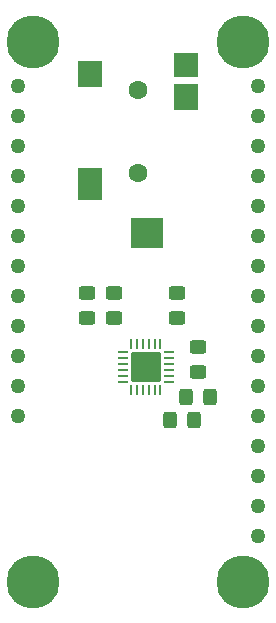
<source format=gbr>
%TF.GenerationSoftware,KiCad,Pcbnew,5.99.0-unknown-fc7f1d1d86~106~ubuntu20.04.1*%
%TF.CreationDate,2021-01-14T14:57:38+11:00*%
%TF.ProjectId,dac-featherwing,6461632d-6665-4617-9468-657277696e67,rev?*%
%TF.SameCoordinates,Original*%
%TF.FileFunction,Soldermask,Top*%
%TF.FilePolarity,Negative*%
%FSLAX46Y46*%
G04 Gerber Fmt 4.6, Leading zero omitted, Abs format (unit mm)*
G04 Created by KiCad (PCBNEW 5.99.0-unknown-fc7f1d1d86~106~ubuntu20.04.1) date 2021-01-14 14:57:38*
%MOMM*%
%LPD*%
G01*
G04 APERTURE LIST*
G04 Aperture macros list*
%AMRoundRect*
0 Rectangle with rounded corners*
0 $1 Rounding radius*
0 $2 $3 $4 $5 $6 $7 $8 $9 X,Y pos of 4 corners*
0 Add a 4 corners polygon primitive as box body*
4,1,4,$2,$3,$4,$5,$6,$7,$8,$9,$2,$3,0*
0 Add four circle primitives for the rounded corners*
1,1,$1+$1,$2,$3,0*
1,1,$1+$1,$4,$5,0*
1,1,$1+$1,$6,$7,0*
1,1,$1+$1,$8,$9,0*
0 Add four rect primitives between the rounded corners*
20,1,$1+$1,$2,$3,$4,$5,0*
20,1,$1+$1,$4,$5,$6,$7,0*
20,1,$1+$1,$6,$7,$8,$9,0*
20,1,$1+$1,$8,$9,$2,$3,0*%
G04 Aperture macros list end*
%ADD10C,1.270000*%
%ADD11RoundRect,0.062500X0.062500X-0.350000X0.062500X0.350000X-0.062500X0.350000X-0.062500X-0.350000X0*%
%ADD12RoundRect,0.062500X0.350000X-0.062500X0.350000X0.062500X-0.350000X0.062500X-0.350000X-0.062500X0*%
%ADD13RoundRect,0.250000X1.050000X-1.050000X1.050000X1.050000X-1.050000X1.050000X-1.050000X-1.050000X0*%
%ADD14C,4.500000*%
%ADD15RoundRect,0.250000X-0.325000X-0.450000X0.325000X-0.450000X0.325000X0.450000X-0.325000X0.450000X0*%
%ADD16RoundRect,0.250000X0.450000X-0.325000X0.450000X0.325000X-0.450000X0.325000X-0.450000X-0.325000X0*%
%ADD17R,2.100000X2.200000*%
%ADD18R,2.100000X2.700000*%
%ADD19R,2.100000X2.000000*%
%ADD20R,2.700000X2.600000*%
%ADD21C,1.600000*%
G04 APERTURE END LIST*
D10*
%TO.C,J1*%
X176530000Y-78939992D03*
X176530000Y-81479992D03*
X176530000Y-84019992D03*
X176530000Y-86559992D03*
X176530000Y-89099992D03*
X176530000Y-91639992D03*
X176530000Y-94179992D03*
X176530000Y-96719992D03*
X176530000Y-99259992D03*
X176530000Y-101799992D03*
X176530000Y-104339992D03*
X176530000Y-106879992D03*
X176530000Y-109419992D03*
X176530000Y-111959992D03*
X176530000Y-114499992D03*
X176530000Y-117039992D03*
%TD*%
D11*
%TO.C,U1*%
X165755000Y-104680500D03*
X166255000Y-104680500D03*
X166755000Y-104680500D03*
X167255000Y-104680500D03*
X167755000Y-104680500D03*
X168255000Y-104680500D03*
D12*
X168942500Y-103993000D03*
X168942500Y-103493000D03*
X168942500Y-102993000D03*
X168942500Y-102493000D03*
X168942500Y-101993000D03*
X168942500Y-101493000D03*
D11*
X168255000Y-100805500D03*
X167755000Y-100805500D03*
X167255000Y-100805500D03*
X166755000Y-100805500D03*
X166255000Y-100805500D03*
X165755000Y-100805500D03*
D12*
X165067500Y-101493000D03*
X165067500Y-101993000D03*
X165067500Y-102493000D03*
X165067500Y-102993000D03*
X165067500Y-103493000D03*
X165067500Y-103993000D03*
D13*
X167005000Y-102743000D03*
%TD*%
D14*
%TO.C,*%
X157480000Y-75184000D03*
%TD*%
%TO.C,*%
X175260000Y-120904000D03*
%TD*%
%TO.C,*%
X175260000Y-75184000D03*
%TD*%
D15*
%TO.C,C1*%
X169028000Y-107188000D03*
X171078000Y-107188000D03*
%TD*%
D16*
%TO.C,C5*%
X164338000Y-98561000D03*
X164338000Y-96511000D03*
%TD*%
%TO.C,C4*%
X169672000Y-98561000D03*
X169672000Y-96511000D03*
%TD*%
%TO.C,C3*%
X171450000Y-103133000D03*
X171450000Y-101083000D03*
%TD*%
D14*
%TO.C,REF\u002A\u002A*%
X157480000Y-120904000D03*
%TD*%
D17*
%TO.C,3.5MM STEREO*%
X162320000Y-77954000D03*
X170420000Y-79854000D03*
D18*
X162320000Y-87254000D03*
D19*
X170420000Y-77154000D03*
D20*
X167120000Y-91354000D03*
D21*
X166370000Y-79304000D03*
X166370000Y-86304000D03*
%TD*%
D15*
%TO.C,C2*%
X170425000Y-105283000D03*
X172475000Y-105283000D03*
%TD*%
D10*
%TO.C,J2*%
X156210000Y-106879992D03*
X156210000Y-104339992D03*
X156210000Y-101799992D03*
X156210000Y-99259992D03*
X156210000Y-96719992D03*
X156210000Y-94179992D03*
X156210000Y-91639992D03*
X156210000Y-89099992D03*
X156210000Y-86559992D03*
X156210000Y-84019992D03*
X156210000Y-81479992D03*
X156210000Y-78939992D03*
%TD*%
D16*
%TO.C,C6*%
X162052000Y-98561000D03*
X162052000Y-96511000D03*
%TD*%
M02*

</source>
